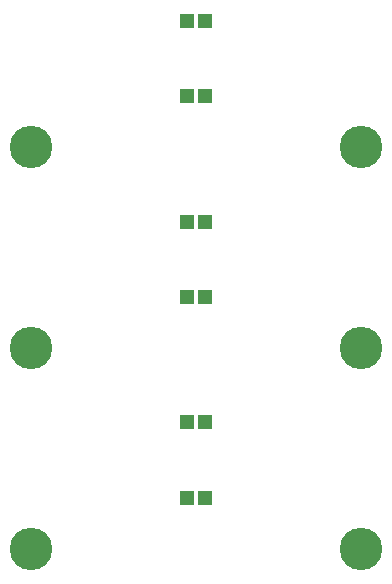
<source format=gts>
G04 #@! TF.GenerationSoftware,KiCad,Pcbnew,(5.0.0)*
G04 #@! TF.CreationDate,2020-02-01T14:37:15+09:00*
G04 #@! TF.ProjectId,m file,6D2066696C652E6B696361645F706362,rev?*
G04 #@! TF.SameCoordinates,Original*
G04 #@! TF.FileFunction,Soldermask,Top*
G04 #@! TF.FilePolarity,Negative*
%FSLAX46Y46*%
G04 Gerber Fmt 4.6, Leading zero omitted, Abs format (unit mm)*
G04 Created by KiCad (PCBNEW (5.0.0)) date 02/01/20 14:37:15*
%MOMM*%
%LPD*%
G01*
G04 APERTURE LIST*
%ADD10R,1.200000X1.200000*%
%ADD11C,3.600000*%
G04 APERTURE END LIST*
D10*
G04 #@! TO.C,D2*
X151800000Y-122200000D03*
X150200000Y-122200000D03*
G04 #@! TD*
D11*
G04 #@! TO.C,REF\002A\002A*
X165000000Y-126500000D03*
G04 #@! TD*
D10*
G04 #@! TO.C,D1*
X151800000Y-115800000D03*
X150200000Y-115800000D03*
G04 #@! TD*
D11*
G04 #@! TO.C,REF\002A\002A*
X137000000Y-126500000D03*
G04 #@! TD*
D10*
G04 #@! TO.C,D2*
X151800000Y-105200000D03*
X150200000Y-105200000D03*
G04 #@! TD*
D11*
G04 #@! TO.C,REF\002A\002A*
X165000000Y-109500000D03*
G04 #@! TD*
D10*
G04 #@! TO.C,D1*
X151800000Y-98800000D03*
X150200000Y-98800000D03*
G04 #@! TD*
D11*
G04 #@! TO.C,REF\002A\002A*
X137000000Y-109500000D03*
G04 #@! TD*
D10*
G04 #@! TO.C,D2*
X151800000Y-88200000D03*
X150200000Y-88200000D03*
G04 #@! TD*
D11*
G04 #@! TO.C,REF\002A\002A*
X165000000Y-92500000D03*
G04 #@! TD*
D10*
G04 #@! TO.C,D1*
X151800000Y-81800000D03*
X150200000Y-81800000D03*
G04 #@! TD*
D11*
G04 #@! TO.C,REF\002A\002A*
X137000000Y-92500000D03*
G04 #@! TD*
M02*

</source>
